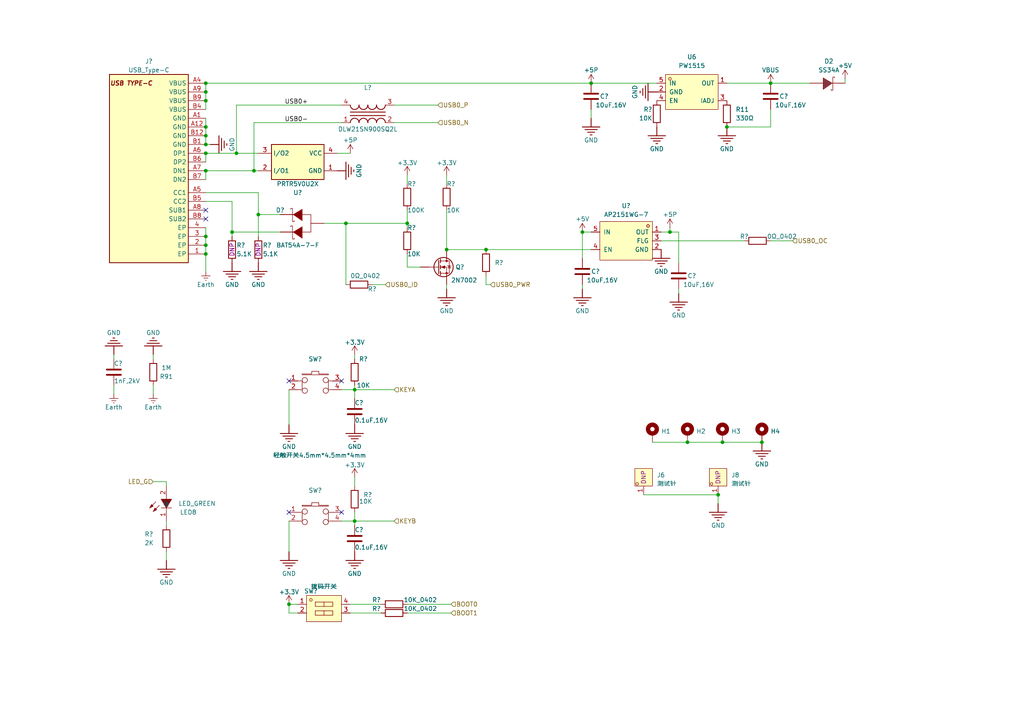
<source format=kicad_sch>
(kicad_sch (version 20230121) (generator eeschema)
  (paper "A4")
  (title_block (title "HPM5E00EVK") (date "2024-04-06") (rev "RevB") (comment 1 "MISC"))
  (junction (at 59.69 41.91))
  (junction (at 129.54 72.39))
  (junction (at 199.39 128.27))
  (junction (at 73.66 49.53))
  (junction (at 59.69 68.58))
  (junction (at 194.31 67.31))
  (junction (at 59.69 44.45))
  (junction (at 223.52 24.13))
  (junction (at 59.69 71.12))
  (junction (at 102.87 113.03))
  (junction (at 220.98 128.27))
  (junction (at 68.58 44.45))
  (junction (at 74.93 62.23))
  (junction (at 67.31 67.31))
  (junction (at 168.91 67.31))
  (junction (at 209.55 128.27))
  (junction (at 140.97 72.39))
  (junction (at 59.69 49.53))
  (junction (at 59.69 73.66))
  (junction (at 59.69 39.37))
  (junction (at 59.69 26.67))
  (junction (at 59.69 29.21))
  (junction (at 102.87 151.13))
  (junction (at 83.82 175.26))
  (junction (at 118.11 64.77))
  (junction (at 100.33 64.77))
  (junction (at 208.28 143.51))
  (junction (at 59.69 24.13))
  (junction (at 210.82 36.83))
  (junction (at 59.69 36.83))
  (junction (at 171.45 24.13))
  (no_connect (at 83.82 148.59))
  (no_connect (at 99.06 110.49))
  (no_connect (at 99.06 148.59))
  (no_connect (at 59.69 63.5))
  (no_connect (at 59.69 60.96))
  (no_connect (at 83.82 110.49))
  (wire (pts (xy 83.82 175.26) (xy 83.82 177.8)))
  (wire (pts (xy 60.96 41.91) (xy 59.69 41.91)))
  (wire (pts (xy 196.85 83.82) (xy 196.85 85.09)))
  (wire (pts (xy 59.69 44.45) (xy 68.58 44.45)))
  (wire (pts (xy 59.69 68.58) (xy 59.69 71.12)))
  (wire (pts (xy 44.45 114.3) (xy 44.45 111.76)))
  (wire (pts (xy 44.45 139.7) (xy 48.26 139.7)) (stroke (width 0.15)))
  (wire (pts (xy 118.11 50.8) (xy 118.11 53.34)))
  (wire (pts (xy 48.26 162.56) (xy 48.26 160.02)) (stroke (width 0.15)))
  (wire (pts (xy 107.95 82.55) (xy 111.76 82.55)))
  (wire (pts (xy 229.87 69.85) (xy 223.52 69.85)))
  (wire (pts (xy 102.87 151.13) (xy 114.3 151.13)))
  (wire (pts (xy 68.58 30.48) (xy 68.58 44.45)))
  (wire (pts (xy 102.87 113.03) (xy 114.3 113.03)))
  (wire (pts (xy 199.39 128.27) (xy 209.55 128.27)))
  (wire (pts (xy 114.3 35.56) (xy 127 35.56)))
  (wire (pts (xy 59.69 29.21) (xy 59.69 31.75)))
  (wire (pts (xy 130.81 175.26) (xy 118.11 175.26)))
  (wire (pts (xy 99.06 151.13) (xy 102.87 151.13)))
  (wire (pts (xy 102.87 148.59) (xy 102.87 151.13)))
  (wire (pts (xy 100.33 82.55) (xy 100.33 64.77)))
  (wire (pts (xy 210.82 24.13) (xy 223.52 24.13)))
  (wire (pts (xy 59.69 24.13) (xy 171.45 24.13)))
  (wire (pts (xy 129.54 82.55) (xy 129.54 83.82)))
  (wire (pts (xy 102.87 104.14) (xy 102.87 102.87)))
  (wire (pts (xy 223.52 24.13) (xy 234.95 24.13)))
  (wire (pts (xy 209.55 128.27) (xy 220.98 128.27)))
  (wire (pts (xy 99.06 113.03) (xy 102.87 113.03)))
  (wire (pts (xy 93.98 64.77) (xy 100.33 64.77)))
  (wire (pts (xy 73.66 49.53) (xy 74.93 49.53)))
  (wire (pts (xy 130.81 177.8) (xy 118.11 177.8)))
  (wire (pts (xy 68.58 44.45) (xy 74.93 44.45)))
  (wire (pts (xy 83.82 113.03) (xy 83.82 123.19)))
  (wire (pts (xy 74.93 62.23) (xy 74.93 68.58)))
  (wire (pts (xy 73.66 35.56) (xy 73.66 49.53)))
  (wire (pts (xy 129.54 60.96) (xy 129.54 72.39)))
  (wire (pts (xy 110.49 177.8) (xy 101.6 177.8)))
  (wire (pts (xy 196.85 67.31) (xy 196.85 76.2)))
  (wire (pts (xy 74.93 62.23) (xy 81.28 62.23)))
  (wire (pts (xy 142.24 82.55) (xy 140.97 82.55)))
  (wire (pts (xy 59.69 49.53) (xy 59.69 52.07)))
  (wire (pts (xy 191.77 69.85) (xy 215.9 69.85)))
  (wire (pts (xy 59.69 55.88) (xy 74.93 55.88)))
  (wire (pts (xy 59.69 73.66) (xy 59.69 78.74)))
  (wire (pts (xy 168.91 67.31) (xy 168.91 74.93)))
  (wire (pts (xy 59.69 44.45) (xy 59.69 46.99)))
  (wire (pts (xy 102.87 111.76) (xy 102.87 113.03)))
  (wire (pts (xy 68.58 30.48) (xy 99.06 30.48)))
  (wire (pts (xy 129.54 50.8) (xy 129.54 53.34)))
  (wire (pts (xy 194.31 66.04) (xy 194.31 67.31)))
  (wire (pts (xy 59.69 71.12) (xy 59.69 73.66)))
  (wire (pts (xy 189.23 128.27) (xy 199.39 128.27)))
  (wire (pts (xy 110.49 175.26) (xy 101.6 175.26)))
  (wire (pts (xy 59.69 66.04) (xy 59.69 68.58)))
  (wire (pts (xy 67.31 67.31) (xy 81.28 67.31)))
  (wire (pts (xy 44.45 102.87) (xy 44.45 104.14)))
  (wire (pts (xy 33.02 114.3) (xy 33.02 111.76)))
  (wire (pts (xy 118.11 60.96) (xy 118.11 64.77)))
  (wire (pts (xy 83.82 151.13) (xy 83.82 160.02)))
  (wire (pts (xy 74.93 55.88) (xy 74.93 62.23)))
  (wire (pts (xy 171.45 24.13) (xy 190.5 24.13)))
  (wire (pts (xy 194.31 67.31) (xy 196.85 67.31)))
  (wire (pts (xy 83.82 177.8) (xy 86.36 177.8)))
  (wire (pts (xy 100.33 64.77) (xy 118.11 64.77)))
  (wire (pts (xy 67.31 58.42) (xy 67.31 67.31)))
  (wire (pts (xy 48.26 152.4) (xy 48.26 151.13)))
  (wire (pts (xy 140.97 72.39) (xy 171.45 72.39)))
  (wire (pts (xy 67.31 67.31) (xy 67.31 68.58)))
  (wire (pts (xy 168.91 67.31) (xy 171.45 67.31)))
  (wire (pts (xy 59.69 34.29) (xy 59.69 36.83)))
  (wire (pts (xy 73.66 35.56) (xy 99.06 35.56)))
  (wire (pts (xy 59.69 24.13) (xy 59.69 26.67)))
  (wire (pts (xy 59.69 26.67) (xy 59.69 29.21)))
  (wire (pts (xy 59.69 49.53) (xy 73.66 49.53)))
  (wire (pts (xy 102.87 152.4) (xy 102.87 151.13)))
  (wire (pts (xy 83.82 175.26) (xy 86.36 175.26)))
  (wire (pts (xy 102.87 115.57) (xy 102.87 113.03)))
  (wire (pts (xy 140.97 82.55) (xy 140.97 80.01)))
  (wire (pts (xy 118.11 73.66) (xy 118.11 77.47)))
  (wire (pts (xy 223.52 36.83) (xy 210.82 36.83)))
  (wire (pts (xy 59.69 39.37) (xy 59.69 41.91)))
  (wire (pts (xy 245.11 24.13) (xy 245.11 22.86)))
  (wire (pts (xy 118.11 77.47) (xy 121.92 77.47)))
  (wire (pts (xy 191.77 67.31) (xy 194.31 67.31)))
  (wire (pts (xy 118.11 64.77) (xy 118.11 66.04)))
  (wire (pts (xy 33.02 102.87) (xy 33.02 104.14)))
  (wire (pts (xy 171.45 34.29) (xy 171.45 31.75)))
  (wire (pts (xy 114.3 30.48) (xy 127 30.48)))
  (wire (pts (xy 59.69 36.83) (xy 59.69 39.37)))
  (wire (pts (xy 223.52 31.75) (xy 223.52 36.83)))
  (wire (pts (xy 102.87 138.43) (xy 102.87 140.97)))
  (wire (pts (xy 168.91 82.55) (xy 168.91 83.82)))
  (wire (pts (xy 48.26 139.7) (xy 48.26 140.97)))
  (wire (pts (xy 101.6 44.45) (xy 97.79 44.45)))
  (wire (pts (xy 186.69 143.51) (xy 208.28 143.51)))
  (wire (pts (xy 129.54 72.39) (xy 140.97 72.39)))
  (wire (pts (xy 59.69 58.42) (xy 67.31 58.42)))
  (wire (pts (xy 208.28 146.05) (xy 208.28 143.51)))
  (label "USB0-" (at 82.55 35.56 0))
  (label "USB0+" (at 82.55 30.48 0))
  (hierarchical_label "KEYA" (shape input) (at 114.3 113.03 0))
  (hierarchical_label "USB0_P" (shape input) (at 127 30.48 0))
  (hierarchical_label "LED_G" (shape input) (at 44.45 139.7 180))
  (hierarchical_label "BOOT0" (shape input) (at 130.81 175.26 0))
  (hierarchical_label "USB0_N" (shape input) (at 127 35.56 0))
  (hierarchical_label "USB0_ID" (shape input) (at 111.76 82.55 0))
  (hierarchical_label "USB0_OC" (shape input) (at 229.87 69.85 0))
  (hierarchical_label "USB0_PWR" (shape input) (at 142.24 82.55 0))
  (hierarchical_label "BOOT1" (shape input) (at 130.81 177.8 0))
  (hierarchical_label "KEYB" (shape input) (at 114.3 151.13 0))
  (symbol (lib_id "00_HPM_power:+5P") (at 101.6 44.45 0) (unit 1)
    (property "Reference" "#PWR041" (effects hide))
    (property "Value" "+5P" (at 101.6 40.64 0))
  )
  (symbol (lib_id "00_HPM_power:GND") (at 97.79 49.53 90) (unit 1)
    (property "Reference" "#PWR?" (effects hide))
    (property "Value" "GND" (at 104.14 49.53 0))
    (instances (project "HPM5300-USB-OSC" (path "" (reference "#PWR?") (unit 1))) (project "HPM6E00 SKT Board BGA289_BDIF REVA" (path "" (reference "#PWR?") (unit 1))) (project "HPM5E00EVKRevC" (path "" (reference "#PWR?") (unit 1)) (path "" (reference "#PWR042") (unit 1))) (project "HPM5300 SKT Board LQFP100 REVA" (path "" (reference "#PWR?") (unit 1))))
  )
  (symbol (lib_id "00_HPM_power:GND") (at 48.26 162.56 0) (unit 1)
    (property "Reference" "#PWR?" (effects hide))
    (property "Value" "GND" (at 48.26 168.91 0))
    (instances (project "HPM6E00-PA00-PA31-JTAG-BOOT-LED-KEY" (path "" (reference "#PWR?") (unit 1))) (project "HPM5300-USB-OSC" (path "" (reference "#PWR?") (unit 1))) (project "HPM6E00 SKT Board BGA289_BDIF REVA" (path "" (reference "#PWR?") (unit 1))) (project "03-HPM5300-JTAG-FLASH" (path "" (reference "#PWR?") (unit 1))) (project "HPM5E00EVKRevC" (path "" (reference "#PWR?") (unit 1)) (path "" (reference "#PWR054") (unit 1))) (project "HPM5300 EVK REVC" (path "" (reference "#PWR?") (unit 1)) (path "" (reference "#PWR?") (unit 1))))
  )
  (symbol (lib_id "power:VBUS") (at 223.52 24.13 0) (unit 1)
    (property "Reference" "#PWR?" (effects hide))
    (property "Value" "VBUS" (at 223.52 20.32 0))
    (instances (project "HPM5300-USB-OSC" (path "" (reference "#PWR?") (unit 1))) (project "HPM6E00 SKT Board BGA289_BDIF REVA" (path "" (reference "#PWR?") (unit 1))) (project "HPM5E00EVKRevC" (path "" (reference "#PWR?") (unit 1)) (path "" (reference "#PWR033") (unit 1))) (project "HPM5300 SKT Board LQFP100 REVA" (path "" (reference "#PWR?") (unit 1))))
  )
  (symbol (lib_id "03_HPM_Capacitance:10uF,16V_0603") (at 168.91 78.74 0) (unit 1)
    (property "Reference" "C?" (at 171.45 78.74 0) (effects (justify left)))
    (property "Value" "10uF,16V" (at 170.18 81.28 0) (effects (justify left)))
    (property "Footprint" "03_HPM_Capacitance:C_0603_1608Metric" (effects hide))
    (property "Model" "CL10A106KO8NQNC" (effects hide))
    (property "Company" " SAMSUNG(三星)" (effects hide))
    (instances (project "HPM5300-USB-OSC" (path "" (reference "C?") (unit 1))) (project "HPM6E00 SKT Board BGA289_BDIF REVA" (path "" (reference "C?") (unit 1))) (project "HPM5E00EVKRevC" (path "" (reference "C?") (unit 1)) (path "" (reference "C31") (unit 1))) (project "HPM5300 SKT Board LQFP100 REVA" (path "" (reference "C?") (unit 1))))
  )
  (symbol (lib_id "02_HPM_Resistor:5.1K_0402") (at 74.93 72.39 90) (unit 1)
    (property "Reference" "R?" (at 76.2 71.12 90) (effects (justify right)))
    (property "Value" "5.1K" (at 76.2 73.66 90) (effects (justify right)))
    (property "Footprint" "02_HPM_Resistor:R_0402_1005Metric" (effects hide))
    (property "Model" "0402WGF5101TCE" (effects hide))
    (property "Company" "UNI-ROYAL(厚声)" (effects hide))
    (property "ASSY_OPT" "DNP" (at 74.93 72.39 0))
    (instances (project "HPM5300-USB-OSC" (path "" (reference "R?") (unit 1))) (project "HPM6E00 SKT Board BGA289_BDIF REVA" (path "" (reference "R?") (unit 1))) (project "HPM5E00EVKRevC" (path "" (reference "R?") (unit 1)) (path "" (reference "R19") (unit 1))) (project "HPM5300 SKT Board LQFP100 REVA" (path "" (reference "R?") (unit 1))))
  )
  (symbol (lib_id "02_HPM_Resistor:10K_0402") (at 114.3 177.8 0) (mirror x) (unit 1)
    (property "Reference" "R?" (at 109.22 176.53 0))
    (property "Value" "10K_0402" (at 121.92 176.53 0))
    (property "Footprint" "02_HPM_Resistor:R_0402_1005Metric" (effects hide))
    (property "Model" "0402WGF1002TCE" (effects hide))
    (property "Company" "UNI-ROYAL(厚声)" (effects hide))
    (instances (project "HPM6E00-PA00-PA31-JTAG-BOOT-LED-KEY" (path "" (reference "R?") (unit 1))) (project "HPM6E00 SKT Board BGA289_BDIF REVA" (path "" (reference "R?") (unit 1))) (project "HPM5E00EVKRevC" (path "" (reference "R?") (unit 1)) (path "" (reference "R22") (unit 1))))
  )
  (symbol (lib_id "00_HPM_power:GND") (at 191.77 72.39 0) (unit 1)
    (property "Reference" "#PWR?" (effects hide))
    (property "Value" "GND" (at 191.77 78.74 0))
    (instances (project "HPM5300-USB-OSC" (path "" (reference "#PWR?") (unit 1))) (project "HPM6E00 SKT Board BGA289_BDIF REVA" (path "" (reference "#PWR?") (unit 1))) (project "HPM5E00EVKRevC" (path "" (reference "#PWR?") (unit 1)) (path "" (reference "#PWR048") (unit 1))) (project "HPM5300 SKT Board LQFP100 REVA" (path "" (reference "#PWR?") (unit 1))))
  )
  (symbol (lib_id "02_HPM_Resistor:10K_0402") (at 190.5 33.02 270) (mirror x) (unit 1)
    (property "Reference" "R?" (at 189.23 31.75 90) (effects (justify right)))
    (property "Value" "10K" (at 189.23 34.29 90) (effects (justify right)))
    (property "Footprint" "02_HPM_Resistor:R_0402_1005Metric" (effects hide))
    (property "Model" "0402WGF1002TCE" (effects hide))
    (property "Company" "UNI-ROYAL(厚声)" (effects hide))
    (instances (project "HPM5300-USB-OSC" (path "" (reference "R?") (unit 1))) (project "HPM6E00 SKT Board BGA289_BDIF REVA" (path "" (reference "R?") (unit 1))) (project "HPM5E00EVKRevC" (path "" (reference "R?") (unit 1)) (path "" (reference "R10") (unit 1))) (project "HPM5300 SKT Board LQFP100 REVA" (path "" (reference "R?") (unit 1))))
  )
  (symbol (lib_id "01-HPM-Peripheral:MountingHole_Pad") (at 189.23 125.73 0) (unit 1)
    (property "Reference" "H1" (at 191.77 125.095 0) (effects (justify left)))
    (property "Value" "MountingHole_Pad" (effects hide))
    (property "Footprint" "01_HPM_Peripheral:FIX1" (effects hide))
  )
  (symbol (lib_id "01-HPM-Peripheral:轻触开关4.5mm*4.5mm*4mm") (at 91.44 148.59 0) (unit 1)
    (property "Reference" "SW?" (at 91.44 142.24 0))
    (property "Value" "轻触开关4.5mm*4.5mm*4mm" (effects hide))
    (property "Footprint" "01_HPM_Peripheral:轻触开关SMD-4P,4.5x4.5mm" (effects hide))
    (property "Model" " TS4540TP" (effects hide))
    (property "Company" "SHOU HAN(首韩)" (effects hide))
    (instances (project "HPM6E00-PA00-PA31-JTAG-BOOT-LED-KEY" (path "" (reference "SW?") (unit 1))) (project "HPM5300-USB-OSC" (path "" (reference "SW?") (unit 1))) (project "HPM6E00 SKT Board BGA289_BDIF REVA" (path "" (reference "SW?") (unit 1))) (project "03-HPM5300-JTAG-FLASH" (path "" (reference "SW?") (unit 1))) (project "HPM5E00EVKRevC" (path "" (reference "SW?") (unit 1)) (path "" (reference "SW5") (unit 1))) (project "HPM5300 EVK REVC" (path "" (reference "SW?") (unit 1)) (path "" (reference "SW?") (unit 1))))
  )
  (symbol (lib_id "01-HPM-Peripheral:测试针") (at 208.28 142.24 0) (unit 1)
    (property "Reference" "J8" (at 212.09 137.795 0) (effects (justify left)))
    (property "Value" "测试针" (at 212.09 140.335 0) (effects (justify left)))
    (property "Footprint" "01_HPM_Peripheral:探针" (effects hide))
    (property "Model" "4952" (effects hide))
    (property "Company" " Keystone" (effects hide))
    (property "ASSY_OPT" "DNP" (at 208.28 138.43 90))
  )
  (symbol (lib_id "00_HPM_power:+3.3V") (at 102.87 102.87 0) (unit 1)
    (property "Reference" "#PWR?" (effects hide))
    (property "Value" "+3.3V" (at 102.87 99.314 0))
    (instances (project "HPM6E00-PA00-PA31-JTAG-BOOT-LED-KEY" (path "" (reference "#PWR?") (unit 1))) (project "HPM5300-USB-OSC" (path "" (reference "#PWR?") (unit 1))) (project "HPM6E00 SKT Board BGA289_BDIF REVA" (path "" (reference "#PWR?") (unit 1))) (project "03-HPM5300-JTAG-FLASH" (path "" (reference "#PWR?") (unit 1))) (project "HPM5E00EVKRevC" (path "" (reference "#PWR?") (unit 1)) (path "" (reference "#PWR056") (unit 1))) (project "HPM5300 EVK REVC" (path "" (reference "#PWR?") (unit 1)) (path "" (reference "#PWR?") (unit 1))))
  )
  (symbol (lib_id "02_HPM_Resistor:0Ω_0402") (at 104.14 82.55 180) (unit 1)
    (property "Reference" "R?" (at 106.68 83.82 0) (effects (justify right)))
    (property "Value" "0Ω_0402" (at 101.6 80.01 0) (effects (justify right)))
    (property "Footprint" "02_HPM_Resistor:R_0402_1005Metric" (effects hide))
    (property "Model" "RC0402JR-070RL" (effects hide))
    (property "Company" "YAGEO(国巨)" (effects hide))
    (property "ASSY_OPT" "DNP" (effects hide))
    (instances (project "HPM5300-USB-OSC" (path "" (reference "R?") (unit 1))) (project "HPM6E00 SKT Board BGA289_BDIF REVA" (path "" (reference "R?") (unit 1))) (project "HPM5E00EVKRevC" (path "" (reference "R?") (unit 1)) (path "" (reference "R13") (unit 1))) (project "HPM5300 SKT Board LQFP100 REVA" (path "" (reference "R?") (unit 1))))
  )
  (symbol (lib_id "08_HPM_Power_IC:AP2151WG-7") (at 181.61 69.85 0) (mirror y) (unit 1)
    (property "Reference" "U?" (at 181.61 59.69 0))
    (property "Value" "AP2151WG-7" (at 181.61 62.23 0))
    (property "Footprint" "06_HPM_SOT:SOT-23-5" (effects hide))
    (property "Model" "AP2151WG-7" (effects hide))
    (property "Company" "DIODES(美台)" (effects hide))
    (instances (project "HPM5300-USB-OSC" (path "" (reference "U?") (unit 1))) (project "HPM6E00 SKT Board BGA289_BDIF REVA" (path "" (reference "U?") (unit 1))) (project "HPM5E00EVKRevC" (path "" (reference "U?") (unit 1)) (path "" (reference "U8") (unit 1))) (project "HPM5300 SKT Board LQFP100 REVA" (path "" (reference "U?") (unit 1))))
  )
  (symbol (lib_id "01-HPM-Peripheral:LED_GREEN") (at 48.26 144.78 90) (unit 1)
    (property "Reference" "LED8" (at 54.61 148.59 90))
    (property "Value" "LED_GREEN" (at 57.15 146.05 90))
    (property "Footprint" "01_HPM_Peripheral:LED_0603" (effects hide))
    (property "Model" "NCD0603C1" (effects hide))
    (property "Company" "国星光电" (effects hide))
  )
  (symbol (lib_id "00_HPM_power:GND") (at 83.82 160.02 0) (unit 1)
    (property "Reference" "#PWR?" (effects hide))
    (property "Value" "GND" (at 83.82 166.37 0))
    (instances (project "HPM6E00-PA00-PA31-JTAG-BOOT-LED-KEY" (path "" (reference "#PWR?") (unit 1))) (project "HPM5300-USB-OSC" (path "" (reference "#PWR?") (unit 1))) (project "HPM6E00 SKT Board BGA289_BDIF REVA" (path "" (reference "#PWR?") (unit 1))) (project "03-HPM5300-JTAG-FLASH" (path "" (reference "#PWR?") (unit 1))) (project "HPM5E00EVKRevC" (path "" (reference "#PWR?") (unit 1)) (path "" (reference "#PWR0241") (unit 1))) (project "HPM5300 EVK REVC" (path "" (reference "#PWR?") (unit 1)) (path "" (reference "#PWR?") (unit 1))))
  )
  (symbol (lib_id "00_HPM_power:GND") (at 67.31 76.2 0) (unit 1)
    (property "Reference" "#PWR?" (effects hide))
    (property "Value" "GND" (at 67.31 82.55 0))
    (instances (project "HPM5300-USB-OSC" (path "" (reference "#PWR?") (unit 1))) (project "HPM6E00 SKT Board BGA289_BDIF REVA" (path "" (reference "#PWR?") (unit 1))) (project "HPM5E00EVKRevC" (path "" (reference "#PWR?") (unit 1)) (path "" (reference "#PWR050") (unit 1))) (project "HPM5300 SKT Board LQFP100 REVA" (path "" (reference "#PWR?") (unit 1))))
  )
  (symbol (lib_id "02_HPM_Resistor:0Ω_0402") (at 140.97 76.2 270) (unit 1)
    (property "Reference" "R?" (at 146.05 76.2 90) (effects (justify right)))
    (property "Value" "0Ω_0402" (effects hide))
    (property "Footprint" "02_HPM_Resistor:R_0402_1005Metric" (effects hide))
    (property "Model" "RC0402JR-070RL" (effects hide))
    (property "Company" "YAGEO(国巨)" (effects hide))
    (property "ASSY_OPT" "DNP" (effects hide))
    (instances (project "HPM5300-USB-OSC" (path "" (reference "R?") (unit 1))) (project "HPM6E00 SKT Board BGA289_BDIF REVA" (path "" (reference "R?") (unit 1))) (project "HPM5E00EVKRevC" (path "" (reference "R?") (unit 1)) (path "" (reference "R15") (unit 1))) (project "HPM5300 SKT Board LQFP100 REVA" (path "" (reference "R?") (unit 1))))
  )
  (symbol (lib_id "00_HPM_power:+5V") (at 245.11 22.86 0) (unit 1)
    (property "Reference" "#PWR?" (effects hide))
    (property "Value" "+5V" (at 245.11 19.05 0))
    (instances (project "HPM5300-USB-OSC" (path "" (reference "#PWR?") (unit 1))) (project "HPM6E00 SKT Board BGA289_BDIF REVA" (path "" (reference "#PWR?") (unit 1))) (project "HPM5E00EVKRevC" (path "" (reference "#PWR?") (unit 1)) (path "" (reference "#PWR034") (unit 1))) (project "HPM5300 SKT Board LQFP100 REVA" (path "" (reference "#PWR?") (unit 1))))
  )
  (symbol (lib_id "00_HPM_power:GND") (at 60.96 41.91 90) (unit 1)
    (property "Reference" "#PWR?" (effects hide))
    (property "Value" "GND" (at 67.31 41.91 0))
    (instances (project "HPM5300-USB-OSC" (path "" (reference "#PWR?") (unit 1))) (project "HPM6E00 SKT Board BGA289_BDIF REVA" (path "" (reference "#PWR?") (unit 1))) (project "HPM5E00EVKRevC" (path "" (reference "#PWR?") (unit 1)) (path "" (reference "#PWR040") (unit 1))) (project "HPM5300 SKT Board LQFP100 REVA" (path "" (reference "#PWR?") (unit 1))))
  )
  (symbol (lib_id "03_HPM_Capacitance:1nF,2kV_1206") (at 33.02 107.95 0) (unit 1)
    (property "Reference" "C?" (at 33.02 105.41 0) (effects (justify left)))
    (property "Value" "1nF,2kV" (at 40.64 110.49 0) (effects (justify right)))
    (property "Footprint" "03_HPM_Capacitance:C_1206_3216Metric" (effects hide))
    (property "Model" "1206B102K202NT" (effects hide))
    (property "Company" "FH(风华)" (effects hide))
    (instances (project "05-HPM1200-ETHERCAT1" (path "" (reference "C?") (unit 1))) (project "HPM5E00EVKRevC" (path "" (reference "C125") (unit 1)) (path "" (reference "C117") (unit 1)) (path "" (reference "C161") (unit 1))) (project "HPM1200_ETHERNET_FPGA_VALIDATE_B" (path "" (reference "C?") (unit 1)) (path "" (reference "C?") (unit 1)) (path "" (reference "C?") (unit 1)) (path "" (reference "C?") (unit 1)) (path "" (reference "C?") (unit 1)) (path "" (reference "C?") (unit 1))))
  )
  (symbol (lib_id "00_HPM_power:+3.3V") (at 118.11 50.8 0) (unit 1)
    (property "Reference" "#PWR?" (effects hide))
    (property "Value" "+3.3V" (at 118.11 47.244 0))
    (instances (project "HPM5300-USB-OSC" (path "" (reference "#PWR?") (unit 1))) (project "HPM6E00 SKT Board BGA289_BDIF REVA" (path "" (reference "#PWR?") (unit 1))) (project "HPM5E00EVKRevC" (path "" (reference "#PWR?") (unit 1)) (path "" (reference "#PWR043") (unit 1))) (project "HPM5300 SKT Board LQFP100 REVA" (path "" (reference "#PWR?") (unit 1))))
  )
  (symbol (lib_id "00_HPM_power:GND") (at 102.87 123.19 0) (unit 1)
    (property "Reference" "#PWR?" (effects hide))
    (property "Value" "GND" (at 102.87 129.54 0))
    (instances (project "HPM6E00-PA00-PA31-JTAG-BOOT-LED-KEY" (path "" (reference "#PWR?") (unit 1))) (project "HPM5300-USB-OSC" (path "" (reference "#PWR?") (unit 1))) (project "HPM6E00 SKT Board BGA289_BDIF REVA" (path "" (reference "#PWR?") (unit 1))) (project "03-HPM5300-JTAG-FLASH" (path "" (reference "#PWR?") (unit 1))) (project "HPM5E00EVKRevC" (path "" (reference "#PWR?") (unit 1)) (path "" (reference "#PWR058") (unit 1))) (project "HPM5300 EVK REVC" (path "" (reference "#PWR?") (unit 1)) (path "" (reference "#PWR?") (unit 1))))
  )
  (symbol (lib_id "00_HPM_power:GND") (at 44.45 102.87 0) (mirror x) (unit 1)
    (property "Reference" "#PWR?" (effects hide))
    (property "Value" "GND" (at 44.45 96.52 0))
    (instances (project "05-HPM1200-ETHERCAT1" (path "" (reference "#PWR?") (unit 1))) (project "ETH_RMII" (path "" (reference "#PWR?") (unit 1))) (project "HPM5E00EVKRevC" (path "" (reference "#PWR0175") (unit 1)) (path "" (reference "#PWR0118") (unit 1)) (path "" (reference "#PWR074") (unit 1))) (project "HPM1200_ETHERNET_FPGA_VALIDATE_B" (path "" (reference "#PWR?") (unit 1)) (path "" (reference "#PWR?") (unit 1)) (path "" (reference "#PWR?") (unit 1)) (path "" (reference "#PWR?") (unit 1)) (path "" (reference "#PWR?") (unit 1)) (path "" (reference "#PWR?") (unit 1))))
  )
  (symbol (lib_id "05_HPM_Connector_Other:USB_Type-C") (at 31.75 21.59 0) (unit 1)
    (property "Reference" "J?" (at 43.18 17.78 0))
    (property "Value" "USB_Type-C" (at 43.18 20.32 0))
    (property "Footprint" "05_HPM_Connector_other:TYPE-C-16P" (effects hide))
    (property "Model" "KH-TYPE-C-16P" (effects hide))
    (property "Company" "kinghelm(金航标)" (effects hide))
    (instances (project "HPM5300-USB-OSC" (path "" (reference "J?") (unit 1))) (project "HPM6E00 SKT Board BGA289_BDIF REVA" (path "" (reference "J?") (unit 1))) (project "HPM5E00EVKRevC" (path "" (reference "J?") (unit 1)) (path "" (reference "J1") (unit 1))) (project "HPM5300 SKT Board LQFP100 REVA" (path "" (reference "J?") (unit 1))))
  )
  (symbol (lib_name "10K_0402_1") (lib_id "02_HPM_Resistor:10K_0402") (at 102.87 144.78 270) (unit 1)
    (property "Reference" "R?" (at 106.68 143.51 90))
    (property "Value" "10K" (at 106.045 145.415 90))
    (property "Footprint" "02_HPM_Resistor:R_0402_1005Metric" (effects hide))
    (property "Model" "0402WGF1002TCE" (effects hide))
    (property "Company" "UNI-ROYAL(厚声)" (effects hide))
    (instances (project "HPM6E00-PA00-PA31-JTAG-BOOT-LED-KEY" (path "" (reference "R?") (unit 1))) (project "HPM5300-USB-OSC" (path "" (reference "R?") (unit 1))) (project "HPM6E00 SKT Board BGA289_BDIF REVA" (path "" (reference "R?") (unit 1))) (project "03-HPM5300-JTAG-FLASH" (path "" (reference "R?") (unit 1))) (project "HPM5E00EVKRevC" (path "" (reference "R?") (unit 1)) (path "" (reference "R59") (unit 1))) (project "HPM5300 EVK REVC" (path "" (reference "R?") (unit 1)) (path "" (reference "R?") (unit 1))))
  )
  (symbol (lib_id "04_HPM_Diode:PRTR5V0U2X") (at 71.12 54.61 90) (unit 1)
    (property "Reference" "U?" (at 86.36 55.88 90))
    (property "Value" "PRTR5V0U2X" (at 86.36 53.34 90))
    (property "Footprint" "06_HPM_SOT:SOT-143" (effects hide))
    (property "Model" "PRTR5V0U2X" (effects hide))
    (property "Company" "TECH PUBLIC(台舟)" (effects hide))
    (instances (project "HPM5300-USB-OSC" (path "" (reference "U?") (unit 1))) (project "HPM6E00 SKT Board BGA289_BDIF REVA" (path "" (reference "U?") (unit 1))) (project "HPM5E00EVKRevC" (path "" (reference "U?") (unit 1)) (path "" (reference "U7") (unit 1))) (project "HPM5300 SKT Board LQFP100 REVA" (path "" (reference "U?") (unit 1))))
  )
  (symbol (lib_id "01-HPM-Peripheral:MountingHole_Pad") (at 220.98 125.73 0) (unit 1)
    (property "Reference" "H4" (at 223.52 125.095 0) (effects (justify left)))
    (property "Value" "MountingHole_Pad" (effects hide))
    (property "Footprint" "01_HPM_Peripheral:FIX1" (effects hide))
  )
  (symbol (lib_id "02_HPM_Resistor:2K_0402") (at 48.26 156.21 90) (unit 1)
    (property "Reference" "R?" (at 41.91 154.94 90) (effects (justify right)))
    (property "Value" "2K" (at 41.91 157.48 90) (effects (justify right)))
    (property "Footprint" "02_HPM_Resistor:R_0402_1005Metric" (effects hide))
    (property "Model" "0402WGF2001TCE" (effects hide))
    (property "Company" "UNI-ROYAL(厚声)" (effects hide))
    (instances (project "peripheral" (path "" (reference "R?") (unit 1))) (project "HPM5E00EVKRevC" (path "" (reference "R24") (unit 1))))
  )
  (symbol (lib_id "02_HPM_Resistor:1M_1206") (at 44.45 107.95 270) (unit 1)
    (property "Reference" "R91" (at 48.26 109.22 90))
    (property "Value" "1M" (at 48.26 106.68 90))
    (property "Footprint" "02_HPM_Resistor:R_1206_3216Metric" (effects hide))
    (property "Model" "ARG06BTC1004" (effects hide))
    (property "Company" "Viking(光颉)" (effects hide))
    (instances (project "HPM5E00EVKRevC" (path "" (reference "R91") (unit 1)) (path "" (reference "R42") (unit 1))))
  )
  (symbol (lib_id "03_HPM_Capacitance:0.1uF,16V_0402") (at 102.87 156.21 0) (unit 1)
    (property "Reference" "C?" (at 102.87 153.67 0) (effects (justify left)))
    (property "Value" "0.1uF,16V" (at 102.87 158.75 0) (effects (justify left)))
    (property "Footprint" "03_HPM_Capacitance:C_0402_1005Metric" (effects hide))
    (property "Model" "CL05B104KO5NNNC" (effects hide))
    (property "Company" "SAMSUNG(三星)" (effects hide))
    (instances (project "HPM6E00-PA00-PA31-JTAG-BOOT-LED-KEY" (path "" (reference "C?") (unit 1))) (project "HPM5300-USB-OSC" (path "" (reference "C?") (unit 1))) (project "HPM6E00 SKT Board BGA289_BDIF REVA" (path "" (reference "C?") (unit 1))) (project "03-HPM5300-JTAG-FLASH" (path "" (reference "C?") (unit 1))) (project "HPM5E00EVKRevC" (path "" (reference "C?") (unit 1)) (path "" (reference "C172") (unit 1))) (project "HPM5300 EVK REVC" (path "" (reference "C?") (unit 1)) (path "" (reference "C?") (unit 1))))
  )
  (symbol (lib_id "01-HPM-Peripheral:MountingHole_Pad") (at 199.39 125.73 0) (unit 1)
    (property "Reference" "H2" (at 201.93 125.095 0) (effects (justify left)))
    (property "Value" "MountingHole_Pad" (effects hide))
    (property "Footprint" "01_HPM_Peripheral:FIX1" (effects hide))
  )
  (symbol (lib_id "02_HPM_Resistor:100K_0402") (at 118.11 57.15 90) (unit 1)
    (property "Reference" "R?" (at 118.11 53.34 90) (effects (justify right)))
    (property "Value" "100K" (at 118.11 60.96 90) (effects (justify right)))
    (property "Footprint" "02_HPM_Resistor:R_0402_1005Metric" (effects hide))
    (property "Model" "0402WGF1003TCE" (effects hide))
    (property "Company" "UNI-ROYAL(厚声)" (effects hide))
    (instances (project "HPM5300-USB-OSC" (path "" (reference "R?") (unit 1))) (project "HPM6E00 SKT Board BGA289_BDIF REVA" (path "" (reference "R?") (unit 1))) (project "HPM5E00EVKRevC" (path "" (reference "R?") (unit 1)) (path "" (reference "R12") (unit 1))) (project "HPM5300 SKT Board LQFP100 REVA" (path "" (reference "R?") (unit 1))))
  )
  (symbol (lib_id "03_HPM_Capacitance:10uF,16V_0603") (at 196.85 80.01 0) (unit 1)
    (property "Reference" "C?" (at 199.39 80.01 0) (effects (justify left)))
    (property "Value" "10uF,16V" (at 198.12 82.55 0) (effects (justify left)))
    (property "Footprint" "03_HPM_Capacitance:C_0603_1608Metric" (effects hide))
    (property "Model" "CL10A106KO8NQNC" (effects hide))
    (property "Company" " SAMSUNG(三星)" (effects hide))
    (instances (project "HPM5300-USB-OSC" (path "" (reference "C?") (unit 1))) (project "HPM6E00 SKT Board BGA289_BDIF REVA" (path "" (reference "C?") (unit 1))) (project "HPM5E00EVKRevC" (path "" (reference "C?") (unit 1)) (path "" (reference "C60") (unit 1))) (project "HPM5300 SKT Board LQFP100 REVA" (path "" (reference "C?") (unit 1))))
  )
  (symbol (lib_id "00_HPM_power:+5P") (at 171.45 24.13 0) (unit 1)
    (property "Reference" "#PWR0279" (effects hide))
    (property "Value" "+5P" (at 171.45 20.32 0))
  )
  (symbol (lib_id "00_HPM_power:GND") (at 74.93 76.2 0) (unit 1)
    (property "Reference" "#PWR?" (effects hide))
    (property "Value" "GND" (at 74.93 82.55 0))
    (instances (project "HPM5300-USB-OSC" (path "" (reference "#PWR?") (unit 1))) (project "HPM6E00 SKT Board BGA289_BDIF REVA" (path "" (reference "#PWR?") (unit 1))) (project "HPM5E00EVKRevC" (path "" (reference "#PWR?") (unit 1)) (path "" (reference "#PWR051") (unit 1))) (project "HPM5300 SKT Board LQFP100 REVA" (path "" (reference "#PWR?") (unit 1))))
  )
  (symbol (lib_id "02_HPM_Resistor:10K_0402") (at 114.3 175.26 0) (unit 1)
    (property "Reference" "R?" (at 109.22 173.99 0))
    (property "Value" "10K_0402" (at 121.92 173.99 0))
    (property "Footprint" "02_HPM_Resistor:R_0402_1005Metric" (effects hide))
    (property "Model" "0402WGF1002TCE" (effects hide))
    (property "Company" "UNI-ROYAL(厚声)" (effects hide))
    (instances (project "HPM6E00-PA00-PA31-JTAG-BOOT-LED-KEY" (path "" (reference "R?") (unit 1))) (project "HPM6E00 SKT Board BGA289_BDIF REVA" (path "" (reference "R?") (unit 1))) (project "HPM5E00EVKRevC" (path "" (reference "R?") (unit 1)) (path "" (reference "R21") (unit 1))))
  )
  (symbol (lib_id "12_HPM_ Triode:2N7002") (at 125.73 77.47 0) (unit 1)
    (property "Reference" "Q?" (at 132.08 77.47 0) (effects (justify left)))
    (property "Value" "2N7002" (at 130.81 81.28 0) (effects (justify left)))
    (property "Footprint" "06_HPM_SOT:SOT-23" (effects hide))
    (property "Model" "2N7002" (effects hide))
    (property "Company" " CJ(江苏长电/长晶)" (effects hide))
    (instances (project "HPM5300-USB-OSC" (path "" (reference "Q?") (unit 1))) (project "HPM6E00 SKT Board BGA289_BDIF REVA" (path "" (reference "Q?") (unit 1))) (project "HPM5E00EVKRevC" (path "" (reference "Q?") (unit 1)) (path "" (reference "Q1") (unit 1))) (project "HPM5300 SKT Board LQFP100 REVA" (path "" (reference "Q?") (unit 1))))
  )
  (symbol (lib_id "00_HPM_power:GND") (at 102.87 160.02 0) (unit 1)
    (property "Reference" "#PWR?" (effects hide))
    (property "Value" "GND" (at 102.87 166.37 0))
    (instances (project "HPM6E00-PA00-PA31-JTAG-BOOT-LED-KEY" (path "" (reference "#PWR?") (unit 1))) (project "HPM5300-USB-OSC" (path "" (reference "#PWR?") (unit 1))) (project "HPM6E00 SKT Board BGA289_BDIF REVA" (path "" (reference "#PWR?") (unit 1))) (project "03-HPM5300-JTAG-FLASH" (path "" (reference "#PWR?") (unit 1))) (project "HPM5E00EVKRevC" (path "" (reference "#PWR?") (unit 1)) (path "" (reference "#PWR0244") (unit 1))) (project "HPM5300 EVK REVC" (path "" (reference "#PWR?") (unit 1)) (path "" (reference "#PWR?") (unit 1))))
  )
  (symbol (lib_id "00_HPM_power:GND") (at 83.82 123.19 0) (unit 1)
    (property "Reference" "#PWR?" (effects hide))
    (property "Value" "GND" (at 83.82 129.54 0))
    (instances (project "HPM6E00-PA00-PA31-JTAG-BOOT-LED-KEY" (path "" (reference "#PWR?") (unit 1))) (project "HPM5300-USB-OSC" (path "" (reference "#PWR?") (unit 1))) (project "HPM6E00 SKT Board BGA289_BDIF REVA" (path "" (reference "#PWR?") (unit 1))) (project "03-HPM5300-JTAG-FLASH" (path "" (reference "#PWR?") (unit 1))) (project "HPM5E00EVKRevC" (path "" (reference "#PWR?") (unit 1)) (path "" (reference "#PWR057") (unit 1))) (project "HPM5300 EVK REVC" (path "" (reference "#PWR?") (unit 1)) (path "" (reference "#PWR?") (unit 1))))
  )
  (symbol (lib_id "03_HPM_Capacitance:10uF,16V_0603") (at 223.52 27.94 0) (unit 1)
    (property "Reference" "C?" (at 226.06 27.94 0) (effects (justify left)))
    (property "Value" "10uF,16V" (at 224.79 30.48 0) (effects (justify left)))
    (property "Footprint" "03_HPM_Capacitance:C_0603_1608Metric" (effects hide))
    (property "Model" "CL10A106KO8NQNC" (effects hide))
    (property "Company" " SAMSUNG(三星)" (effects hide))
    (instances (project "HPM5300-USB-OSC" (path "" (reference "C?") (unit 1))) (project "HPM6E00 SKT Board BGA289_BDIF REVA" (path "" (reference "C?") (unit 1))) (project "HPM5E00EVKRevC" (path "" (reference "C?") (unit 1)) (path "" (reference "C3") (unit 1))) (project "HPM5300 SKT Board LQFP100 REVA" (path "" (reference "C?") (unit 1))))
  )
  (symbol (lib_id "01-HPM-Peripheral:测试针") (at 186.69 142.24 0) (unit 1)
    (property "Reference" "J6" (at 190.5 137.795 0) (effects (justify left)))
    (property "Value" "测试针" (at 190.5 140.335 0) (effects (justify left)))
    (property "Footprint" "01_HPM_Peripheral:探针" (effects hide))
    (property "Model" "4952" (effects hide))
    (property "Company" " Keystone" (effects hide))
    (property "ASSY_OPT" "DNP" (at 186.69 138.43 90))
  )
  (symbol (lib_id "00_HPM_power:GND") (at 196.85 85.09 0) (unit 1)
    (property "Reference" "#PWR?" (effects hide))
    (property "Value" "GND" (at 196.85 91.44 0))
    (instances (project "HPM5300-USB-OSC" (path "" (reference "#PWR?") (unit 1))) (project "HPM6E00 SKT Board BGA289_BDIF REVA" (path "" (reference "#PWR?") (unit 1))) (project "HPM5E00EVKRevC" (path "" (reference "#PWR?") (unit 1)) (path "" (reference "#PWR0178") (unit 1))) (project "HPM5300 SKT Board LQFP100 REVA" (path "" (reference "#PWR?") (unit 1))))
  )
  (symbol (lib_id "00_HPM_power:GND") (at 129.54 83.82 0) (unit 1)
    (property "Reference" "#PWR?" (effects hide))
    (property "Value" "GND" (at 129.54 90.17 0))
    (instances (project "HPM5300-USB-OSC" (path "" (reference "#PWR?") (unit 1))) (project "HPM6E00 SKT Board BGA289_BDIF REVA" (path "" (reference "#PWR?") (unit 1))) (project "HPM5E00EVKRevC" (path "" (reference "#PWR?") (unit 1)) (path "" (reference "#PWR052") (unit 1))) (project "HPM5300 SKT Board LQFP100 REVA" (path "" (reference "#PWR?") (unit 1))))
  )
  (symbol (lib_id "02_HPM_Resistor:0Ω_0402") (at 219.71 69.85 0) (unit 1)
    (property "Reference" "R?" (at 217.17 68.58 0) (effects (justify right)))
    (property "Value" "0Ω_0402" (at 231.14 68.58 0) (effects (justify right)))
    (property "Footprint" "02_HPM_Resistor:R_0402_1005Metric" (effects hide))
    (property "Model" "RC0402JR-070RL" (effects hide))
    (property "Company" "YAGEO(国巨)" (effects hide))
    (property "ASSY_OPT" "DNP" (effects hide))
    (instances (project "HPM5300-USB-OSC" (path "" (reference "R?") (unit 1))) (project "HPM6E00 SKT Board BGA289_BDIF REVA" (path "" (reference "R?") (unit 1))) (project "HPM5E00EVKRevC" (path "" (reference "R?") (unit 1)) (path "" (reference "R20") (unit 1))) (project "HPM5300 SKT Board LQFP100 REVA" (path "" (reference "R?") (unit 1))))
  )
  (symbol (lib_id "00_HPM_power:GND") (at 171.45 34.29 0) (unit 1)
    (property "Reference" "#PWR?" (effects hide))
    (property "Value" "GND" (at 171.45 40.64 0))
    (instances (project "HPM5300-USB-OSC" (path "" (reference "#PWR?") (unit 1))) (project "HPM6E00 SKT Board BGA289_BDIF REVA" (path "" (reference "#PWR?") (unit 1))) (project "HPM5E00EVKRevC" (path "" (reference "#PWR?") (unit 1)) (path "" (reference "#PWR011") (unit 1))) (project "HPM5300 SKT Board LQFP100 REVA" (path "" (reference "#PWR?") (unit 1))))
  )
  (symbol (lib_id "00_HPM_power:GND") (at 190.5 36.83 0) (unit 1)
    (property "Reference" "#PWR?" (effects hide))
    (property "Value" "GND" (at 190.5 43.18 0))
    (instances (project "HPM5300-USB-OSC" (path "" (reference "#PWR?") (unit 1))) (project "HPM6E00 SKT Board BGA289_BDIF REVA" (path "" (reference "#PWR?") (unit 1))) (project "HPM5E00EVKRevC" (path "" (reference "#PWR?") (unit 1)) (path "" (reference "#PWR038") (unit 1))) (project "HPM5300 SKT Board LQFP100 REVA" (path "" (reference "#PWR?") (unit 1))))
  )
  (symbol (lib_id "00_HPM_power:GND") (at 208.28 146.05 0) (unit 1)
    (property "Reference" "#PWR?" (effects hide))
    (property "Value" "GND" (at 208.28 152.4 0))
    (instances (project "peripheral" (path "" (reference "#PWR?") (unit 1))) (project "HPM6200EVK" (path "" (reference "#PWR?") (unit 1))) (project "HPM5E00EVKRevC" (path "" (reference "#PWR0250") (unit 1))))
  )
  (symbol (lib_id "00_HPM_power:GND") (at 190.5 26.67 270) (unit 1)
    (property "Reference" "#PWR?" (effects hide))
    (property "Value" "GND" (at 184.15 26.67 0))
    (instances (project "HPM5300-USB-OSC" (path "" (reference "#PWR?") (unit 1))) (project "HPM6E00 SKT Board BGA289_BDIF REVA" (path "" (reference "#PWR?") (unit 1))) (project "HPM5E00EVKRevC" (path "" (reference "#PWR?") (unit 1)) (path "" (reference "#PWR035") (unit 1))) (project "HPM5300 SKT Board LQFP100 REVA" (path "" (reference "#PWR?") (unit 1))))
  )
  (symbol (lib_id "01-HPM-Peripheral:DM-02-V") (at 93.98 176.53 0) (unit 1)
    (property "Reference" "SW?" (at 90.17 171.45 0))
    (property "Value" "拨码开关" (at 93.98 170.18 0))
    (property "Footprint" "01_HPM_Peripheral:SW-SMD_DM-02-V" (effects hide))
    (property "Model" "DM-02-V" (effects hide))
    (property "Company" "圜达" (effects hide))
    (instances (project "HPM6E00-PA00-PA31-JTAG-BOOT-LED-KEY" (path "" (reference "SW?") (unit 1))) (project "HPM6E00 SKT Board BGA289_BDIF REVA" (path "" (reference "SW?") (unit 1))) (project "HPM5300-CON-JTAG" (path "" (reference "SW?") (unit 1))) (project "HPM5E00EVKRevC" (path "" (reference "SW?") (unit 1)) (path "" (reference "SW1") (unit 1))) (project "HPM5300 SKT Board LQFP100 REVA" (path "" (reference "SW?") (unit 1))))
  )
  (symbol (lib_name "10K_0402_1") (lib_id "02_HPM_Resistor:10K_0402") (at 102.87 107.95 270) (unit 1)
    (property "Reference" "R?" (at 105.41 104.14 90))
    (property "Value" "10K" (at 105.41 111.76 90))
    (property "Footprint" "02_HPM_Resistor:R_0402_1005Metric" (effects hide))
    (property "Model" "0402WGF1002TCE" (effects hide))
    (property "Company" "UNI-ROYAL(厚声)" (effects hide))
    (instances (project "HPM6E00-PA00-PA31-JTAG-BOOT-LED-KEY" (path "" (reference "R?") (unit 1))) (project "HPM5300-USB-OSC" (path "" (reference "R?") (unit 1))) (project "HPM6E00 SKT Board BGA289_BDIF REVA" (path "" (reference "R?") (unit 1))) (project "03-HPM5300-JTAG-FLASH" (path "" (reference "R?") (unit 1))) (project "HPM5E00EVKRevC" (path "" (reference "R?") (unit 1)) (path "" (reference "R26") (unit 1))) (project "HPM5300 EVK REVC" (path "" (reference "R?") (unit 1)) (path "" (reference "R?") (unit 1))))
  )
  (symbol (lib_id "08_HPM_Power_IC:PW1515") (at 200.66 26.67 0) (unit 1)
    (property "Reference" "U6" (at 200.66 16.51 0))
    (property "Value" "PW1515" (at 200.66 19.05 0))
    (property "Footprint" "06_HPM_SOT:SOT-23-5" (effects hide))
    (property "Model" "PW1515" (effects hide))
    (property "Company" "平芯微" (effects hide))
  )
  (symbol (lib_id "01-HPM-Peripheral:轻触开关4.5mm*4.5mm*4mm") (at 91.44 110.49 0) (unit 1)
    (property "Reference" "SW?" (at 91.44 104.14 0))
    (property "Value" "轻触开关4.5mm*4.5mm*4mm" (at 92.71 132.08 0))
    (property "Footprint" "01_HPM_Peripheral:轻触开关SMD-4P,4.5x4.5mm" (effects hide))
    (property "Model" " TS4540TP" (effects hide))
    (property "Company" "SHOU HAN(首韩)" (effects hide))
    (instances (project "HPM6E00-PA00-PA31-JTAG-BOOT-LED-KEY" (path "" (reference "SW?") (unit 1))) (project "HPM5300-USB-OSC" (path "" (reference "SW?") (unit 1))) (project "HPM6E00 SKT Board BGA289_BDIF REVA" (path "" (reference "SW?") (unit 1))) (project "03-HPM5300-JTAG-FLASH" (path "" (reference "SW?") (unit 1))) (project "HPM5E00EVKRevC" (path "" (reference "SW?") (unit 1)) (path "" (reference "SW2") (unit 1))) (project "HPM5300 EVK REVC" (path "" (reference "SW?") (unit 1)) (path "" (reference "SW?") (unit 1))))
  )
  (symbol (lib_id "04_HPM_Diode:SS34A") (at 240.03 24.13 0) (mirror y) (unit 1)
    (property "Reference" "D2" (at 240.411 17.78 0))
    (property "Value" "SS34A" (at 240.411 20.32 0))
    (property "Footprint" "04_HPM_Diode:D_SMA" (effects hide))
    (property "Model" "SS34A" (effects hide))
    (property "Company" "YANGJIE(扬杰)" (effects hide))
  )
  (symbol (lib_id "03_HPM_Capacitance:10uF,16V_0603") (at 171.45 27.94 0) (unit 1)
    (property "Reference" "C?" (at 173.99 27.94 0) (effects (justify left)))
    (property "Value" "10uF,16V" (at 172.72 30.48 0) (effects (justify left)))
    (property "Footprint" "03_HPM_Capacitance:C_0603_1608Metric" (effects hide))
    (property "Model" "CL10A106KO8NQNC" (effects hide))
    (property "Company" " SAMSUNG(三星)" (effects hide))
    (instances (project "HPM5300-USB-OSC" (path "" (reference "C?") (unit 1))) (project "HPM6E00 SKT Board BGA289_BDIF REVA" (path "" (reference "C?") (unit 1))) (project "HPM5E00EVKRevC" (path "" (reference "C?") (unit 1)) (path "" (reference "C8") (unit 1))) (project "HPM5300 SKT Board LQFP100 REVA" (path "" (reference "C?") (unit 1))))
  )
  (symbol (lib_id "00_HPM_power:+3.3V") (at 129.54 50.8 0) (unit 1)
    (property "Reference" "#PWR?" (effects hide))
    (property "Value" "+3.3V" (at 129.54 47.244 0))
    (instances (project "HPM5300-USB-OSC" (path "" (reference "#PWR?") (unit 1))) (project "HPM6E00 SKT Board BGA289_BDIF REVA" (path "" (reference "#PWR?") (unit 1))) (project "HPM5E00EVKRevC" (path "" (reference "#PWR?") (unit 1)) (path "" (reference "#PWR045") (unit 1))) (project "HPM5300 SKT Board LQFP100 REVA" (path "" (reference "#PWR?") (unit 1))))
  )
  (symbol (lib_id "02_HPM_Resistor:10K_0402") (at 118.11 69.85 90) (unit 1)
    (property "Reference" "R?" (at 118.11 66.04 90) (effects (justify right)))
    (property "Value" "10K" (at 118.11 73.66 90) (effects (justify right)))
    (property "Footprint" "02_HPM_Resistor:R_0402_1005Metric" (effects hide))
    (property "Model" "0402WGF1002TCE" (effects hide))
    (property "Company" "UNI-ROYAL(厚声)" (effects hide))
    (instances (project "HPM5300-USB-OSC" (path "" (reference "R?") (unit 1))) (project "HPM6E00 SKT Board BGA289_BDIF REVA" (path "" (reference "R?") (unit 1))) (project "HPM5E00EVKRevC" (path "" (reference "R?") (unit 1)) (path "" (reference "R16") (unit 1))) (project "HPM5300 SKT Board LQFP100 REVA" (path "" (reference "R?") (unit 1))))
  )
  (symbol (lib_id "02_HPM_Resistor:10K_0402") (at 129.54 57.15 90) (unit 1)
    (property "Reference" "R?" (at 129.54 53.34 90) (effects (justify right)))
    (property "Value" "10K" (at 129.54 60.96 90) (effects (justify right)))
    (property "Footprint" "02_HPM_Resistor:R_0402_1005Metric" (effects hide))
    (property "Model" "0402WGF1002TCE" (effects hide))
    (property "Company" "UNI-ROYAL(厚声)" (effects hide))
    (instances (project "HPM5300-USB-OSC" (path "" (reference "R?") (unit 1))) (project "HPM6E00 SKT Board BGA289_BDIF REVA" (path "" (reference "R?") (unit 1))) (project "HPM5E00EVKRevC" (path "" (reference "R?") (unit 1)) (path "" (reference "R14") (unit 1))) (project "HPM5300 SKT Board LQFP100 REVA" (path "" (reference "R?") (unit 1))))
  )
  (symbol (lib_id "00_HPM_power:+3.3V") (at 83.82 175.26 0) (unit 1)
    (property "Reference" "#PWR?" (effects hide))
    (property "Value" "+3.3V" (at 83.82 171.704 0))
    (instances (project "HPM6E00-PA00-PA31-JTAG-BOOT-LED-KEY" (path "" (reference "#PWR?") (unit 1))) (project "HPM6E00 SKT Board BGA289_BDIF REVA" (path "" (reference "#PWR?") (unit 1))) (project "HPM5300-CON-JTAG" (path "" (reference "#PWR?") (unit 1))) (project "HPM5E00EVKRevC" (path "" (reference "#PWR?") (unit 1)) (path "" (reference "#PWR055") (unit 1))) (project "HPM5300 SKT Board LQFP100 REVA" (path "" (reference "#PWR?") (unit 1))))
  )
  (symbol (lib_id "01-HPM-Peripheral:MountingHole_Pad") (at 209.55 125.73 0) (unit 1)
    (property "Reference" "H3" (at 212.09 125.095 0) (effects (justify left)))
    (property "Value" "MountingHole_Pad" (effects hide))
    (property "Footprint" "01_HPM_Peripheral:FIX1" (effects hide))
  )
  (symbol (lib_id "00_HPM_power:GND") (at 168.91 83.82 0) (unit 1)
    (property "Reference" "#PWR?" (effects hide))
    (property "Value" "GND" (at 168.91 90.17 0))
    (instances (project "HPM5300-USB-OSC" (path "" (reference "#PWR?") (unit 1))) (project "HPM6E00 SKT Board BGA289_BDIF REVA" (path "" (reference "#PWR?") (unit 1))) (project "HPM5E00EVKRevC" (path "" (reference "#PWR?") (unit 1)) (path "" (reference "#PWR053") (unit 1))) (project "HPM5300 SKT Board LQFP100 REVA" (path "" (reference "#PWR?") (unit 1))))
  )
  (symbol (lib_id "00_HPM_power:GND") (at 210.82 36.83 0) (unit 1)
    (property "Reference" "#PWR?" (effects hide))
    (property "Value" "GND" (at 210.82 43.18 0))
    (instances (project "HPM5300-USB-OSC" (path "" (reference "#PWR?") (unit 1))) (project "HPM6E00 SKT Board BGA289_BDIF REVA" (path "" (reference "#PWR?") (unit 1))) (project "HPM5E00EVKRevC" (path "" (reference "#PWR?") (unit 1)) (path "" (reference "#PWR039") (unit 1))) (project "HPM5300 SKT Board LQFP100 REVA" (path "" (reference "#PWR?") (unit 1))))
  )
  (symbol (lib_id "00_HPM_power:Earth") (at 44.45 114.3 0) (unit 1)
    (property "Reference" "#PWR0301" (effects hide))
    (property "Value" "Earth" (at 44.45 118.11 0))
  )
  (symbol (lib_id "00_HPM_power:GND") (at 33.02 102.87 0) (mirror x) (unit 1)
    (property "Reference" "#PWR?" (effects hide))
    (property "Value" "GND" (at 33.02 96.52 0))
    (instances (project "05-HPM1200-ETHERCAT1" (path "" (reference "#PWR?") (unit 1))) (project "ETH_RMII" (path "" (reference "#PWR?") (unit 1))) (project "HPM5E00EVKRevC" (path "" (reference "#PWR0174") (unit 1)) (path "" (reference "#PWR0116") (unit 1)) (path "" (reference "#PWR072") (unit 1))) (project "HPM1200_ETHERNET_FPGA_VALIDATE_B" (path "" (reference "#PWR?") (unit 1)) (path "" (reference "#PWR?") (unit 1)) (path "" (reference "#PWR?") (unit 1)) (path "" (reference "#PWR?") (unit 1)) (path "" (reference "#PWR?") (unit 1)) (path "" (reference "#PWR?") (unit 1))))
  )
  (symbol (lib_id "00_HPM_power:+3.3V") (at 102.87 138.43 0) (unit 1)
    (property "Reference" "#PWR?" (effects hide))
    (property "Value" "+3.3V" (at 102.87 134.874 0))
    (instances (project "HPM6E00-PA00-PA31-JTAG-BOOT-LED-KEY" (path "" (reference "#PWR?") (unit 1))) (project "HPM5300-USB-OSC" (path "" (reference "#PWR?") (unit 1))) (project "HPM6E00 SKT Board BGA289_BDIF REVA" (path "" (reference "#PWR?") (unit 1))) (project "03-HPM5300-JTAG-FLASH" (path "" (reference "#PWR?") (unit 1))) (project "HPM5E00EVKRevC" (path "" (reference "#PWR?") (unit 1)) (path "" (reference "#PWR0242") (unit 1))) (project "HPM5300 EVK REVC" (path "" (reference "#PWR?") (unit 1)) (path "" (reference "#PWR?") (unit 1))))
  )
  (symbol (lib_id "00_HPM_power:+5P") (at 194.31 66.04 0) (unit 1)
    (property "Reference" "#PWR046" (effects hide))
    (property "Value" "+5P" (at 194.31 62.23 0))
  )
  (symbol (lib_id "00_HPM_power:+5V") (at 168.91 67.31 0) (unit 1)
    (property "Reference" "#PWR?" (effects hide))
    (property "Value" "+5V" (at 168.91 63.5 0))
    (instances (project "HPM5300-USB-OSC" (path "" (reference "#PWR?") (unit 1))) (project "HPM6E00 SKT Board BGA289_BDIF REVA" (path "" (reference "#PWR?") (unit 1))) (project "HPM5E00EVKRevC" (path "" (reference "#PWR?") (unit 1)) (path "" (reference "#PWR047") (unit 1))) (project "HPM5300 SKT Board LQFP100 REVA" (path "" (reference "#PWR?") (unit 1))))
  )
  (symbol (lib_id "00_HPM_power:GND") (at 220.98 128.27 0) (unit 1)
    (property "Reference" "#PWR?" (effects hide))
    (property "Value" "GND" (at 220.98 134.62 0))
    (instances (project "peripheral" (path "" (reference "#PWR?") (unit 1))) (project "HPM6200EVK" (path "" (reference "#PWR?") (unit 1))) (project "HPM5E00EVKRevC" (path "" (reference "#PWR0249") (unit 1))))
  )
  (symbol (lib_id "00_HPM_power:Earth") (at 33.02 114.3 0) (unit 1)
    (property "Reference" "#PWR0300" (effects hide))
    (property "Value" "Earth" (at 33.02 118.11 0))
  )
  (symbol (lib_id "00_HPM_power:Earth") (at 59.69 78.74 0) (unit 1)
    (property "Reference" "#PWR049" (effects hide))
    (property "Value" "Earth" (at 59.69 82.55 0))
  )
  (symbol (lib_id "07_HPM_Inductance:DLW21SN900SQ2L") (at 97.79 27.94 0) (unit 1)
    (property "Reference" "L?" (at 106.68 25.4 0))
    (property "Value" "DLW21SN900SQ2L" (at 106.68 37.465 0))
    (property "Footprint" "07_HPM_Inductance:L2012" (effects hide))
    (property "Model" "DLW21SN900SQ2L" (effects hide))
    (property "Company" "muRata(村田)" (effects hide))
    (instances (project "HPM5300-USB-OSC" (path "" (reference "L?") (unit 1))) (project "HPM6E00 SKT Board BGA289_BDIF REVA" (path "" (reference "L?") (unit 1))) (project "HPM5E00EVKRevC" (path "" (reference "L?") (unit 1)) (path "" (reference "L2") (unit 1))) (project "HPM5300 SKT Board LQFP100 REVA" (path "" (reference "L?") (unit 1))))
  )
  (symbol (lib_id "02_HPM_Resistor:330Ω_0402") (at 210.82 33.02 90) (unit 1)
    (property "Reference" "R11" (at 213.36 31.75 90) (effects (justify right)))
    (property "Value" "330Ω" (at 213.36 34.29 90) (effects (justify right)))
    (property "Footprint" "02_HPM_Resistor:R_0402_1005Metric" (effects hide))
    (property "Model" "0402WGF3300TCE" (effects hide))
    (property "Company" "UNI-ROYAL(厚声)" (effects hide))
  )
  (symbol (lib_id "04_HPM_Diode:BAT54A-7-F") (at 86.995 65.405 0) (unit 1)
    (property "Reference" "D?" (at 81.28 60.96 0))
    (property "Value" "BAT54A-7-F" (at 86.36 71.12 0))
    (property "Footprint" "06_HPM_SOT:SOT-23" (effects hide))
    (property "Model" "BAT54A-7-F" (effects hide))
    (property "Company" " DIODES(美台)" (effects hide))
    (instances (project "HPM5300-USB-OSC" (path "" (reference "D?") (unit 1))) (project "HPM6E00 SKT Board BGA289_BDIF REVA" (path "" (reference "D?") (unit 1))) (project "HPM5E00EVKRevC" (path "" (reference "D?") (unit 1)) (path "" (reference "D3") (unit 1))) (project "HPM5300 SKT Board LQFP100 REVA" (path "" (reference "D?") (unit 1))))
  )
  (symbol (lib_id "02_HPM_Resistor:5.1K_0402") (at 67.31 72.39 90) (unit 1)
    (property "Reference" "R?" (at 68.58 71.12 90) (effects (justify right)))
    (property "Value" "5.1K" (at 68.58 73.66 90) (effects (justify right)))
    (property "Footprint" "02_HPM_Resistor:R_0402_1005Metric" (effects hide))
    (property "Model" "0402WGF5101TCE" (effects hide))
    (property "Company" "UNI-ROYAL(厚声)" (effects hide))
    (property "ASSY_OPT" "DNP" (at 67.31 72.39 0))
    (instances (project "HPM5300-USB-OSC" (path "" (reference "R?") (unit 1))) (project "HPM6E00 SKT Board BGA289_BDIF REVA" (path "" (reference "R?") (unit 1))) (project "HPM5E00EVKRevC" (path "" (reference "R?") (unit 1)) (path "" (reference "R18") (unit 1))) (project "HPM5300 SKT Board LQFP100 REVA" (path "" (reference "R?") (unit 1))))
  )
  (symbol (lib_id "03_HPM_Capacitance:0.1uF,16V_0402") (at 102.87 119.38 0) (unit 1)
    (property "Reference" "C?" (at 102.87 116.84 0) (effects (justify left)))
    (property "Value" "0.1uF,16V" (at 102.87 121.92 0) (effects (justify left)))
    (property "Footprint" "03_HPM_Capacitance:C_0402_1005Metric" (effects hide))
    (property "Model" "CL05B104KO5NNNC" (effects hide))
    (property "Company" "SAMSUNG(三星)" (effects hide))
    (instances (project "HPM6E00-PA00-PA31-JTAG-BOOT-LED-KEY" (path "" (reference "C?") (unit 1))) (project "HPM5300-USB-OSC" (path "" (reference "C?") (unit 1))) (project "HPM6E00 SKT Board BGA289_BDIF REVA" (path "" (reference "C?") (unit 1))) (project "03-HPM5300-JTAG-FLASH" (path "" (reference "C?") (unit 1))) (project "HPM5E00EVKRevC" (path "" (reference "C?") (unit 1)) (path "" (reference "C32") (unit 1))) (project "HPM5300 EVK REVC" (path "" (reference "C?") (unit 1)) (path "" (reference "C?") (unit 1))))
  )
)
</source>
